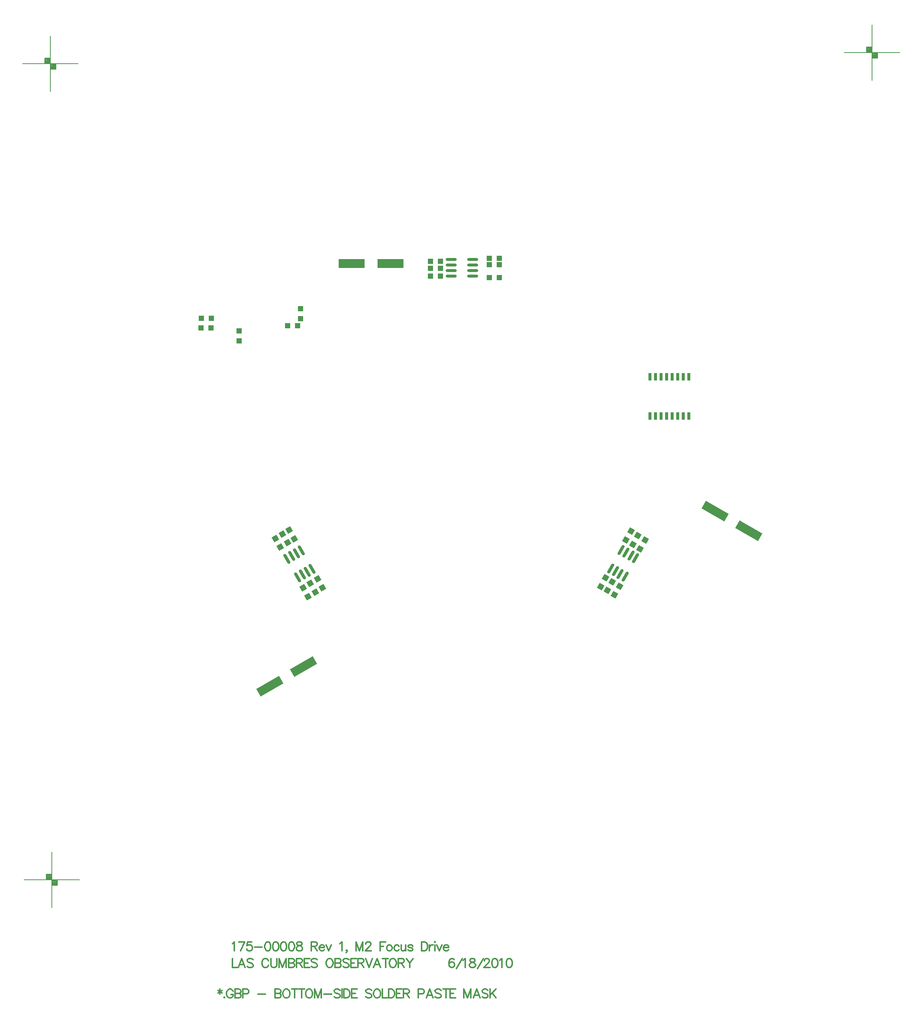
<source format=gbp>
%FSLAX23Y23*%
%MOIN*%
G70*
G01*
G75*
G04 Layer_Color=128*
%ADD10O,0.027X0.010*%
%ADD11R,0.065X0.094*%
%ADD12R,0.070X0.135*%
%ADD13O,0.098X0.028*%
%ADD14R,0.048X0.078*%
%ADD15R,0.087X0.059*%
%ADD16R,0.063X0.075*%
%ADD17R,0.050X0.050*%
%ADD18R,0.050X0.050*%
%ADD19R,0.025X0.100*%
%ADD20R,0.057X0.012*%
%ADD21R,0.025X0.185*%
%ADD22O,0.024X0.010*%
%ADD23R,0.094X0.130*%
%ADD24R,0.094X0.102*%
%ADD25R,0.200X0.150*%
%ADD26R,0.200X0.040*%
%ADD27R,0.059X0.051*%
%ADD28O,0.012X0.069*%
%ADD29R,0.078X0.048*%
G04:AMPARAMS|DCode=30|XSize=78mil|YSize=48mil|CornerRadius=0mil|HoleSize=0mil|Usage=FLASHONLY|Rotation=120.000|XOffset=0mil|YOffset=0mil|HoleType=Round|Shape=Rectangle|*
%AMROTATEDRECTD30*
4,1,4,0.040,-0.022,-0.001,-0.046,-0.040,0.022,0.001,0.046,0.040,-0.022,0.0*
%
%ADD30ROTATEDRECTD30*%

G04:AMPARAMS|DCode=31|XSize=78mil|YSize=48mil|CornerRadius=0mil|HoleSize=0mil|Usage=FLASHONLY|Rotation=240.000|XOffset=0mil|YOffset=0mil|HoleType=Round|Shape=Rectangle|*
%AMROTATEDRECTD31*
4,1,4,-0.001,0.046,0.040,0.022,0.001,-0.046,-0.040,-0.022,-0.001,0.046,0.0*
%
%ADD31ROTATEDRECTD31*%

%ADD32R,0.067X0.040*%
%ADD33R,0.040X0.067*%
%ADD34R,0.051X0.059*%
G04:AMPARAMS|DCode=35|XSize=135mil|YSize=70mil|CornerRadius=0mil|HoleSize=0mil|Usage=FLASHONLY|Rotation=30.000|XOffset=0mil|YOffset=0mil|HoleType=Round|Shape=Rectangle|*
%AMROTATEDRECTD35*
4,1,4,-0.041,-0.064,-0.076,-0.003,0.041,0.064,0.076,0.003,-0.041,-0.064,0.0*
%
%ADD35ROTATEDRECTD35*%

G04:AMPARAMS|DCode=36|XSize=135mil|YSize=70mil|CornerRadius=0mil|HoleSize=0mil|Usage=FLASHONLY|Rotation=150.000|XOffset=0mil|YOffset=0mil|HoleType=Round|Shape=Rectangle|*
%AMROTATEDRECTD36*
4,1,4,0.076,-0.003,0.041,-0.064,-0.076,0.003,-0.041,0.064,0.076,-0.003,0.0*
%
%ADD36ROTATEDRECTD36*%

%ADD37C,0.020*%
%ADD38C,0.030*%
%ADD39C,0.010*%
%ADD40C,0.005*%
%ADD41C,0.050*%
%ADD42C,0.005*%
%ADD43C,0.012*%
%ADD44C,0.008*%
%ADD45C,0.012*%
%ADD46C,0.012*%
%ADD47C,0.055*%
%ADD48P,0.078X4X165.0*%
%ADD49C,0.116*%
%ADD50C,0.085*%
%ADD51C,0.039*%
%ADD52C,0.200*%
%ADD53C,0.120*%
%ADD54P,0.085X4X105.0*%
%ADD55C,0.060*%
%ADD56P,0.085X4X345.0*%
%ADD57R,0.060X0.060*%
%ADD58P,0.084X4X195.0*%
%ADD59C,0.059*%
%ADD60C,0.031*%
%ADD61C,0.079*%
%ADD62P,0.084X4X255.0*%
%ADD63R,0.059X0.059*%
%ADD64C,0.175*%
%ADD65C,0.070*%
%ADD66R,0.070X0.070*%
%ADD67P,0.084X4X255.0*%
%ADD68C,0.059*%
%ADD69R,0.059X0.059*%
%ADD70P,0.084X4X375.0*%
%ADD71C,0.157*%
%ADD72P,0.084X4X285.0*%
%ADD73C,0.098*%
%ADD74O,0.079X0.039*%
%ADD75R,0.079X0.039*%
%ADD76R,0.059X0.059*%
%ADD77C,0.413*%
%ADD78C,0.531*%
%ADD79C,0.335*%
%ADD80C,0.236*%
%ADD81P,0.099X4X165.0*%
%ADD82P,0.099X4X285.0*%
%ADD83C,0.024*%
%ADD84C,0.026*%
%ADD85C,0.050*%
%ADD86C,0.040*%
%ADD87C,0.075*%
%ADD88C,0.168*%
%ADD89C,0.102*%
%ADD90C,0.080*%
%ADD91C,0.131*%
%ADD92C,0.110*%
G04:AMPARAMS|DCode=93|XSize=90mil|YSize=90mil|CornerRadius=0mil|HoleSize=0mil|Usage=FLASHONLY|Rotation=0.000|XOffset=0mil|YOffset=0mil|HoleType=Round|Shape=Relief|Width=10mil|Gap=10mil|Entries=4|*
%AMTHD93*
7,0,0,0.090,0.070,0.010,45*
%
%ADD93THD93*%
%ADD94C,0.075*%
%ADD95C,0.060*%
G04:AMPARAMS|DCode=96|XSize=107.244mil|YSize=107.244mil|CornerRadius=0mil|HoleSize=0mil|Usage=FLASHONLY|Rotation=0.000|XOffset=0mil|YOffset=0mil|HoleType=Round|Shape=Relief|Width=10mil|Gap=10mil|Entries=4|*
%AMTHD96*
7,0,0,0.107,0.087,0.010,45*
%
%ADD96THD96*%
%ADD97C,0.087*%
%ADD98C,0.163*%
%ADD99C,0.087*%
%ADD100C,0.075*%
%ADD101C,0.131*%
%ADD102C,0.076*%
%ADD103C,0.099*%
%ADD104C,0.070*%
G04:AMPARAMS|DCode=105|XSize=95.433mil|YSize=95.433mil|CornerRadius=0mil|HoleSize=0mil|Usage=FLASHONLY|Rotation=0.000|XOffset=0mil|YOffset=0mil|HoleType=Round|Shape=Relief|Width=10mil|Gap=10mil|Entries=4|*
%AMTHD105*
7,0,0,0.095,0.075,0.010,45*
%
%ADD105THD105*%
%ADD106C,0.257*%
%ADD107C,0.571*%
%ADD108C,0.375*%
%ADD109C,0.206*%
%ADD110C,0.053*%
G04:AMPARAMS|DCode=111|XSize=70mil|YSize=70mil|CornerRadius=0mil|HoleSize=0mil|Usage=FLASHONLY|Rotation=0.000|XOffset=0mil|YOffset=0mil|HoleType=Round|Shape=Relief|Width=10mil|Gap=10mil|Entries=4|*
%AMTHD111*
7,0,0,0.070,0.050,0.010,45*
%
%ADD111THD111*%
%ADD112C,0.065*%
G04:AMPARAMS|DCode=113|XSize=85mil|YSize=85mil|CornerRadius=0mil|HoleSize=0mil|Usage=FLASHONLY|Rotation=0.000|XOffset=0mil|YOffset=0mil|HoleType=Round|Shape=Relief|Width=10mil|Gap=10mil|Entries=4|*
%AMTHD113*
7,0,0,0.085,0.065,0.010,45*
%
%ADD113THD113*%
G04:AMPARAMS|DCode=114|XSize=95mil|YSize=95mil|CornerRadius=0mil|HoleSize=0mil|Usage=FLASHONLY|Rotation=0.000|XOffset=0mil|YOffset=0mil|HoleType=Round|Shape=Relief|Width=10mil|Gap=10mil|Entries=4|*
%AMTHD114*
7,0,0,0.095,0.075,0.010,45*
%
%ADD114THD114*%
G04:AMPARAMS|DCode=115|XSize=122mil|YSize=122mil|CornerRadius=0mil|HoleSize=0mil|Usage=FLASHONLY|Rotation=0.000|XOffset=0mil|YOffset=0mil|HoleType=Round|Shape=Relief|Width=10mil|Gap=10mil|Entries=4|*
%AMTHD115*
7,0,0,0.122,0.102,0.010,45*
%
%ADD115THD115*%
G04:AMPARAMS|DCode=116|XSize=79.685mil|YSize=79.685mil|CornerRadius=0mil|HoleSize=0mil|Usage=FLASHONLY|Rotation=0.000|XOffset=0mil|YOffset=0mil|HoleType=Round|Shape=Relief|Width=10mil|Gap=10mil|Entries=4|*
%AMTHD116*
7,0,0,0.080,0.060,0.010,45*
%
%ADD116THD116*%
G04:AMPARAMS|DCode=117|XSize=183mil|YSize=183mil|CornerRadius=0mil|HoleSize=0mil|Usage=FLASHONLY|Rotation=0.000|XOffset=0mil|YOffset=0mil|HoleType=Round|Shape=Relief|Width=10mil|Gap=10mil|Entries=4|*
%AMTHD117*
7,0,0,0.183,0.163,0.010,45*
%
%ADD117THD117*%
G04:AMPARAMS|DCode=118|XSize=107mil|YSize=107mil|CornerRadius=0mil|HoleSize=0mil|Usage=FLASHONLY|Rotation=0.000|XOffset=0mil|YOffset=0mil|HoleType=Round|Shape=Relief|Width=10mil|Gap=10mil|Entries=4|*
%AMTHD118*
7,0,0,0.107,0.087,0.010,45*
%
%ADD118THD118*%
G04:AMPARAMS|DCode=119|XSize=95.433mil|YSize=95.433mil|CornerRadius=0mil|HoleSize=0mil|Usage=FLASHONLY|Rotation=0.000|XOffset=0mil|YOffset=0mil|HoleType=Round|Shape=Relief|Width=10mil|Gap=10mil|Entries=4|*
%AMTHD119*
7,0,0,0.095,0.075,0.010,45*
%
%ADD119THD119*%
G04:AMPARAMS|DCode=120|XSize=150.551mil|YSize=150.551mil|CornerRadius=0mil|HoleSize=0mil|Usage=FLASHONLY|Rotation=0.000|XOffset=0mil|YOffset=0mil|HoleType=Round|Shape=Relief|Width=10mil|Gap=10mil|Entries=4|*
%AMTHD120*
7,0,0,0.151,0.131,0.010,45*
%
%ADD120THD120*%
G04:AMPARAMS|DCode=121|XSize=96.221mil|YSize=96.221mil|CornerRadius=0mil|HoleSize=0mil|Usage=FLASHONLY|Rotation=0.000|XOffset=0mil|YOffset=0mil|HoleType=Round|Shape=Relief|Width=10mil|Gap=10mil|Entries=4|*
%AMTHD121*
7,0,0,0.096,0.076,0.010,45*
%
%ADD121THD121*%
G04:AMPARAMS|DCode=122|XSize=119.055mil|YSize=119.055mil|CornerRadius=0mil|HoleSize=0mil|Usage=FLASHONLY|Rotation=0.000|XOffset=0mil|YOffset=0mil|HoleType=Round|Shape=Relief|Width=10mil|Gap=10mil|Entries=4|*
%AMTHD122*
7,0,0,0.119,0.099,0.010,45*
%
%ADD122THD122*%
G04:AMPARAMS|DCode=123|XSize=89.528mil|YSize=89.528mil|CornerRadius=0mil|HoleSize=0mil|Usage=FLASHONLY|Rotation=0.000|XOffset=0mil|YOffset=0mil|HoleType=Round|Shape=Relief|Width=10mil|Gap=10mil|Entries=4|*
%AMTHD123*
7,0,0,0.090,0.070,0.010,45*
%
%ADD123THD123*%
G04:AMPARAMS|DCode=124|XSize=72.992mil|YSize=72.992mil|CornerRadius=0mil|HoleSize=0mil|Usage=FLASHONLY|Rotation=0.000|XOffset=0mil|YOffset=0mil|HoleType=Round|Shape=Relief|Width=10mil|Gap=10mil|Entries=4|*
%AMTHD124*
7,0,0,0.073,0.053,0.010,45*
%
%ADD124THD124*%
G04:AMPARAMS|DCode=125|XSize=79mil|YSize=236mil|CornerRadius=0mil|HoleSize=0mil|Usage=FLASHONLY|Rotation=240.000|XOffset=0mil|YOffset=0mil|HoleType=Round|Shape=Rectangle|*
%AMROTATEDRECTD125*
4,1,4,-0.083,0.093,0.122,-0.025,0.083,-0.093,-0.122,0.025,-0.083,0.093,0.0*
%
%ADD125ROTATEDRECTD125*%

G04:AMPARAMS|DCode=126|XSize=79mil|YSize=236mil|CornerRadius=0mil|HoleSize=0mil|Usage=FLASHONLY|Rotation=120.000|XOffset=0mil|YOffset=0mil|HoleType=Round|Shape=Rectangle|*
%AMROTATEDRECTD126*
4,1,4,0.122,0.025,-0.083,-0.093,-0.122,-0.025,0.083,0.093,0.122,0.025,0.0*
%
%ADD126ROTATEDRECTD126*%

%ADD127R,0.236X0.079*%
%ADD128R,0.025X0.070*%
G04:AMPARAMS|DCode=129|XSize=28mil|YSize=98mil|CornerRadius=0mil|HoleSize=0mil|Usage=FLASHONLY|Rotation=210.000|XOffset=0mil|YOffset=0mil|HoleType=Round|Shape=Round|*
%AMOVALD129*
21,1,0.071,0.028,0.000,0.000,300.0*
1,1,0.028,-0.018,0.031*
1,1,0.028,0.018,-0.031*
%
%ADD129OVALD129*%

%ADD130P,0.071X4X345.0*%
G04:AMPARAMS|DCode=131|XSize=28mil|YSize=98mil|CornerRadius=0mil|HoleSize=0mil|Usage=FLASHONLY|Rotation=330.000|XOffset=0mil|YOffset=0mil|HoleType=Round|Shape=Round|*
%AMOVALD131*
21,1,0.071,0.028,0.000,0.000,60.0*
1,1,0.028,-0.018,-0.031*
1,1,0.028,0.018,0.031*
%
%ADD131OVALD131*%

%ADD132P,0.071X4X105.0*%
%ADD133C,0.075*%
%ADD134C,0.010*%
%ADD135C,0.010*%
%ADD136C,0.024*%
%ADD137C,0.007*%
%ADD138C,0.008*%
%ADD139C,0.006*%
%ADD140C,0.020*%
%ADD141R,0.195X0.150*%
%ADD142R,0.020X0.082*%
%ADD143O,0.035X0.018*%
%ADD144R,0.073X0.102*%
%ADD145R,0.078X0.143*%
%ADD146O,0.106X0.036*%
%ADD147R,0.056X0.086*%
%ADD148R,0.095X0.067*%
%ADD149R,0.071X0.083*%
%ADD150R,0.058X0.058*%
%ADD151R,0.058X0.058*%
%ADD152R,0.033X0.108*%
%ADD153R,0.061X0.016*%
%ADD154R,0.033X0.193*%
%ADD155O,0.032X0.018*%
%ADD156R,0.102X0.138*%
%ADD157R,0.102X0.110*%
%ADD158R,0.208X0.158*%
%ADD159R,0.208X0.048*%
%ADD160R,0.067X0.059*%
%ADD161O,0.020X0.077*%
%ADD162R,0.086X0.056*%
G04:AMPARAMS|DCode=163|XSize=86mil|YSize=56mil|CornerRadius=0mil|HoleSize=0mil|Usage=FLASHONLY|Rotation=120.000|XOffset=0mil|YOffset=0mil|HoleType=Round|Shape=Rectangle|*
%AMROTATEDRECTD163*
4,1,4,0.046,-0.023,-0.003,-0.051,-0.046,0.023,0.003,0.051,0.046,-0.023,0.0*
%
%ADD163ROTATEDRECTD163*%

G04:AMPARAMS|DCode=164|XSize=86mil|YSize=56mil|CornerRadius=0mil|HoleSize=0mil|Usage=FLASHONLY|Rotation=240.000|XOffset=0mil|YOffset=0mil|HoleType=Round|Shape=Rectangle|*
%AMROTATEDRECTD164*
4,1,4,-0.003,0.051,0.046,0.023,0.003,-0.051,-0.046,-0.023,-0.003,0.051,0.0*
%
%ADD164ROTATEDRECTD164*%

%ADD165R,0.075X0.048*%
%ADD166R,0.048X0.075*%
%ADD167R,0.059X0.067*%
G04:AMPARAMS|DCode=168|XSize=143mil|YSize=78mil|CornerRadius=0mil|HoleSize=0mil|Usage=FLASHONLY|Rotation=30.000|XOffset=0mil|YOffset=0mil|HoleType=Round|Shape=Rectangle|*
%AMROTATEDRECTD168*
4,1,4,-0.042,-0.070,-0.081,-0.002,0.042,0.070,0.081,0.002,-0.042,-0.070,0.0*
%
%ADD168ROTATEDRECTD168*%

G04:AMPARAMS|DCode=169|XSize=143mil|YSize=78mil|CornerRadius=0mil|HoleSize=0mil|Usage=FLASHONLY|Rotation=150.000|XOffset=0mil|YOffset=0mil|HoleType=Round|Shape=Rectangle|*
%AMROTATEDRECTD169*
4,1,4,0.081,-0.002,0.042,-0.070,-0.081,0.002,-0.042,0.070,0.081,-0.002,0.0*
%
%ADD169ROTATEDRECTD169*%

%ADD170C,0.063*%
%ADD171P,0.089X4X165.0*%
%ADD172C,0.124*%
%ADD173C,0.093*%
%ADD174C,0.047*%
%ADD175C,0.208*%
%ADD176C,0.128*%
%ADD177P,0.096X4X105.0*%
%ADD178C,0.068*%
%ADD179P,0.096X4X345.0*%
%ADD180R,0.068X0.068*%
%ADD181P,0.095X4X195.0*%
%ADD182C,0.067*%
%ADD183C,0.039*%
%ADD184C,0.087*%
%ADD185P,0.095X4X255.0*%
%ADD186R,0.067X0.067*%
%ADD187C,0.183*%
%ADD188C,0.078*%
%ADD189R,0.078X0.078*%
%ADD190P,0.095X4X255.0*%
%ADD191C,0.067*%
%ADD192R,0.067X0.067*%
%ADD193P,0.095X4X375.0*%
%ADD194C,0.165*%
%ADD195P,0.095X4X285.0*%
%ADD196C,0.106*%
%ADD197O,0.087X0.047*%
%ADD198R,0.087X0.047*%
%ADD199R,0.067X0.067*%
%ADD200C,0.421*%
%ADD201C,0.539*%
%ADD202C,0.343*%
%ADD203C,0.244*%
%ADD204P,0.110X4X165.0*%
%ADD205P,0.110X4X285.0*%
%ADD206C,0.032*%
%ADD207C,0.058*%
G04:AMPARAMS|DCode=208|XSize=87mil|YSize=244mil|CornerRadius=0mil|HoleSize=0mil|Usage=FLASHONLY|Rotation=240.000|XOffset=0mil|YOffset=0mil|HoleType=Round|Shape=Rectangle|*
%AMROTATEDRECTD208*
4,1,4,-0.084,0.099,0.127,-0.023,0.084,-0.099,-0.127,0.023,-0.084,0.099,0.0*
%
%ADD208ROTATEDRECTD208*%

G04:AMPARAMS|DCode=209|XSize=87mil|YSize=244mil|CornerRadius=0mil|HoleSize=0mil|Usage=FLASHONLY|Rotation=120.000|XOffset=0mil|YOffset=0mil|HoleType=Round|Shape=Rectangle|*
%AMROTATEDRECTD209*
4,1,4,0.127,0.023,-0.084,-0.099,-0.127,-0.023,0.084,0.099,0.127,0.023,0.0*
%
%ADD209ROTATEDRECTD209*%

%ADD210R,0.244X0.087*%
%ADD211R,0.033X0.078*%
G04:AMPARAMS|DCode=212|XSize=36mil|YSize=106mil|CornerRadius=0mil|HoleSize=0mil|Usage=FLASHONLY|Rotation=210.000|XOffset=0mil|YOffset=0mil|HoleType=Round|Shape=Round|*
%AMOVALD212*
21,1,0.071,0.036,0.000,0.000,300.0*
1,1,0.036,-0.018,0.031*
1,1,0.036,0.018,-0.031*
%
%ADD212OVALD212*%

%ADD213P,0.082X4X345.0*%
G04:AMPARAMS|DCode=214|XSize=36mil|YSize=106mil|CornerRadius=0mil|HoleSize=0mil|Usage=FLASHONLY|Rotation=330.000|XOffset=0mil|YOffset=0mil|HoleType=Round|Shape=Round|*
%AMOVALD214*
21,1,0.071,0.036,0.000,0.000,60.0*
1,1,0.036,-0.018,-0.031*
1,1,0.036,0.018,0.031*
%
%ADD214OVALD214*%

%ADD215P,0.082X4X105.0*%
%ADD216C,0.034*%
D13*
X15575Y14771D02*
D03*
Y14721D02*
D03*
Y14671D02*
D03*
Y14621D02*
D03*
X15382Y14771D02*
D03*
Y14721D02*
D03*
Y14671D02*
D03*
Y14621D02*
D03*
D17*
X13998Y14174D02*
D03*
X13908D02*
D03*
X13126Y14155D02*
D03*
X13216D02*
D03*
X13221Y14243D02*
D03*
X13131D02*
D03*
X15724Y14781D02*
D03*
X15814D02*
D03*
Y14726D02*
D03*
X15724D02*
D03*
X15194Y14691D02*
D03*
X15284D02*
D03*
Y14756D02*
D03*
X15194D02*
D03*
X15723Y14608D02*
D03*
X15813D02*
D03*
X15194Y14621D02*
D03*
X15284D02*
D03*
D18*
X14023Y14329D02*
D03*
Y14239D02*
D03*
X13471Y14040D02*
D03*
Y14130D02*
D03*
D44*
X11519Y16536D02*
X12019D01*
X11769Y16286D02*
Y16786D01*
X11719Y16586D02*
X11719Y16536D01*
X11719Y16586D02*
X11769Y16586D01*
X11819Y16536D02*
X11819Y16486D01*
X11769Y16486D02*
X11819Y16486D01*
X11774Y16531D02*
X11814D01*
Y16491D02*
Y16531D01*
X11774Y16491D02*
X11814D01*
X11774D02*
Y16531D01*
X11779Y16526D02*
X11809D01*
Y16496D02*
Y16526D01*
X11779Y16496D02*
X11809D01*
X11779D02*
Y16521D01*
X11784D02*
X11804D01*
X11804Y16501D01*
X11784Y16501D02*
X11804Y16501D01*
X11784Y16501D02*
Y16516D01*
X11789Y16516D02*
X11799Y16516D01*
Y16506D02*
Y16516D01*
X11789Y16506D02*
X11799D01*
X11789D02*
X11789Y16516D01*
Y16511D02*
X11799D01*
X11724Y16581D02*
X11764D01*
Y16541D02*
Y16581D01*
X11724Y16541D02*
X11764D01*
X11724D02*
Y16581D01*
X11729Y16576D02*
X11759D01*
Y16546D02*
Y16576D01*
X11729Y16546D02*
X11759D01*
X11729D02*
Y16571D01*
X11734D02*
X11754Y16571D01*
Y16551D02*
Y16571D01*
X11734Y16551D02*
X11754D01*
X11734D02*
Y16566D01*
X11739D02*
X11749D01*
X11749Y16556D02*
X11749Y16566D01*
X11739Y16556D02*
X11749Y16556D01*
X11739Y16556D02*
Y16566D01*
Y16561D02*
X11749D01*
X18919Y16636D02*
X19419D01*
X19169Y16386D02*
Y16886D01*
X19119Y16686D02*
X19119Y16636D01*
X19119Y16686D02*
X19169Y16686D01*
X19219Y16636D02*
X19219Y16586D01*
X19169Y16586D02*
X19219Y16586D01*
X19174Y16631D02*
X19214D01*
Y16591D02*
Y16631D01*
X19174Y16591D02*
X19214D01*
X19174D02*
Y16631D01*
X19179Y16626D02*
X19209D01*
Y16596D02*
Y16626D01*
X19179Y16596D02*
X19209D01*
X19179D02*
Y16621D01*
X19184D02*
X19204D01*
X19204Y16601D01*
X19184Y16601D02*
X19204Y16601D01*
X19184Y16601D02*
Y16616D01*
X19189Y16616D02*
X19199Y16616D01*
Y16606D02*
Y16616D01*
X19189Y16606D02*
X19199D01*
X19189D02*
X19189Y16616D01*
Y16611D02*
X19199D01*
X19124Y16681D02*
X19164D01*
Y16641D02*
Y16681D01*
X19124Y16641D02*
X19164D01*
X19124D02*
Y16681D01*
X19129Y16676D02*
X19159D01*
Y16646D02*
Y16676D01*
X19129Y16646D02*
X19159D01*
X19129D02*
Y16671D01*
X19134D02*
X19154Y16671D01*
Y16651D02*
Y16671D01*
X19134Y16651D02*
X19154D01*
X19134D02*
Y16666D01*
X19139D02*
X19149D01*
X19149Y16656D02*
X19149Y16666D01*
X19139Y16656D02*
X19149Y16656D01*
X19139Y16656D02*
Y16666D01*
Y16661D02*
X19149D01*
X11534Y9186D02*
X12034D01*
X11784Y8936D02*
Y9436D01*
X11734Y9236D02*
X11734Y9186D01*
X11734Y9236D02*
X11784Y9236D01*
X11834Y9186D02*
X11834Y9136D01*
X11784Y9136D02*
X11834Y9136D01*
X11789Y9181D02*
X11829D01*
Y9141D02*
Y9181D01*
X11789Y9141D02*
X11829D01*
X11789D02*
Y9181D01*
X11794Y9176D02*
X11824D01*
Y9146D02*
Y9176D01*
X11794Y9146D02*
X11824D01*
X11794D02*
Y9171D01*
X11799D02*
X11819D01*
X11819Y9151D01*
X11799Y9151D02*
X11819Y9151D01*
X11799Y9151D02*
Y9166D01*
X11804Y9166D02*
X11814Y9166D01*
Y9156D02*
Y9166D01*
X11804Y9156D02*
X11814D01*
X11804D02*
X11804Y9166D01*
Y9161D02*
X11814D01*
X11739Y9231D02*
X11779D01*
Y9191D02*
Y9231D01*
X11739Y9191D02*
X11779D01*
X11739D02*
Y9231D01*
X11744Y9226D02*
X11774D01*
Y9196D02*
Y9226D01*
X11744Y9196D02*
X11774D01*
X11744D02*
Y9221D01*
X11749D02*
X11769Y9221D01*
Y9201D02*
Y9221D01*
X11749Y9201D02*
X11769D01*
X11749D02*
Y9216D01*
X11754D02*
X11764D01*
X11764Y9206D02*
X11764Y9216D01*
X11754Y9206D02*
X11764Y9206D01*
X11754Y9206D02*
Y9216D01*
Y9211D02*
X11764D01*
D45*
X13298Y8201D02*
Y8155D01*
X13279Y8189D02*
X13317Y8167D01*
Y8189D02*
X13279Y8167D01*
X13337Y8128D02*
X13333Y8125D01*
X13337Y8121D01*
X13341Y8125D01*
X13337Y8128D01*
X13416Y8182D02*
X13412Y8189D01*
X13404Y8197D01*
X13397Y8201D01*
X13381D01*
X13374Y8197D01*
X13366Y8189D01*
X13362Y8182D01*
X13358Y8170D01*
Y8151D01*
X13362Y8140D01*
X13366Y8132D01*
X13374Y8125D01*
X13381Y8121D01*
X13397D01*
X13404Y8125D01*
X13412Y8132D01*
X13416Y8140D01*
Y8151D01*
X13397D02*
X13416D01*
X13434Y8201D02*
Y8121D01*
Y8201D02*
X13468D01*
X13480Y8197D01*
X13483Y8193D01*
X13487Y8186D01*
Y8178D01*
X13483Y8170D01*
X13480Y8167D01*
X13468Y8163D01*
X13434D02*
X13468D01*
X13480Y8159D01*
X13483Y8155D01*
X13487Y8147D01*
Y8136D01*
X13483Y8128D01*
X13480Y8125D01*
X13468Y8121D01*
X13434D01*
X13505Y8159D02*
X13539D01*
X13551Y8163D01*
X13555Y8167D01*
X13558Y8174D01*
Y8186D01*
X13555Y8193D01*
X13551Y8197D01*
X13539Y8201D01*
X13505D01*
Y8121D01*
X13639Y8155D02*
X13708D01*
X13794Y8201D02*
Y8121D01*
Y8201D02*
X13828D01*
X13840Y8197D01*
X13844Y8193D01*
X13848Y8186D01*
Y8178D01*
X13844Y8170D01*
X13840Y8167D01*
X13828Y8163D01*
X13794D02*
X13828D01*
X13840Y8159D01*
X13844Y8155D01*
X13848Y8147D01*
Y8136D01*
X13844Y8128D01*
X13840Y8125D01*
X13828Y8121D01*
X13794D01*
X13888Y8201D02*
X13881Y8197D01*
X13873Y8189D01*
X13869Y8182D01*
X13865Y8170D01*
Y8151D01*
X13869Y8140D01*
X13873Y8132D01*
X13881Y8125D01*
X13888Y8121D01*
X13903D01*
X13911Y8125D01*
X13919Y8132D01*
X13923Y8140D01*
X13926Y8151D01*
Y8170D01*
X13923Y8182D01*
X13919Y8189D01*
X13911Y8197D01*
X13903Y8201D01*
X13888D01*
X13972D02*
Y8121D01*
X13945Y8201D02*
X13998D01*
X14035D02*
Y8121D01*
X14008Y8201D02*
X14061D01*
X14094D02*
X14086Y8197D01*
X14078Y8189D01*
X14075Y8182D01*
X14071Y8170D01*
Y8151D01*
X14075Y8140D01*
X14078Y8132D01*
X14086Y8125D01*
X14094Y8121D01*
X14109D01*
X14116Y8125D01*
X14124Y8132D01*
X14128Y8140D01*
X14132Y8151D01*
Y8170D01*
X14128Y8182D01*
X14124Y8189D01*
X14116Y8197D01*
X14109Y8201D01*
X14094D01*
X14150D02*
Y8121D01*
Y8201D02*
X14181Y8121D01*
X14211Y8201D02*
X14181Y8121D01*
X14211Y8201D02*
Y8121D01*
X14234Y8155D02*
X14303D01*
X14380Y8189D02*
X14372Y8197D01*
X14361Y8201D01*
X14345D01*
X14334Y8197D01*
X14326Y8189D01*
Y8182D01*
X14330Y8174D01*
X14334Y8170D01*
X14341Y8167D01*
X14364Y8159D01*
X14372Y8155D01*
X14376Y8151D01*
X14380Y8144D01*
Y8132D01*
X14372Y8125D01*
X14361Y8121D01*
X14345D01*
X14334Y8125D01*
X14326Y8132D01*
X14397Y8201D02*
Y8121D01*
X14414Y8201D02*
Y8121D01*
Y8201D02*
X14441D01*
X14452Y8197D01*
X14460Y8189D01*
X14464Y8182D01*
X14468Y8170D01*
Y8151D01*
X14464Y8140D01*
X14460Y8132D01*
X14452Y8125D01*
X14441Y8121D01*
X14414D01*
X14535Y8201D02*
X14485D01*
Y8121D01*
X14535D01*
X14485Y8163D02*
X14516D01*
X14664Y8189D02*
X14657Y8197D01*
X14645Y8201D01*
X14630D01*
X14619Y8197D01*
X14611Y8189D01*
Y8182D01*
X14615Y8174D01*
X14619Y8170D01*
X14626Y8167D01*
X14649Y8159D01*
X14657Y8155D01*
X14661Y8151D01*
X14664Y8144D01*
Y8132D01*
X14657Y8125D01*
X14645Y8121D01*
X14630D01*
X14619Y8125D01*
X14611Y8132D01*
X14705Y8201D02*
X14698Y8197D01*
X14690Y8189D01*
X14686Y8182D01*
X14682Y8170D01*
Y8151D01*
X14686Y8140D01*
X14690Y8132D01*
X14698Y8125D01*
X14705Y8121D01*
X14720D01*
X14728Y8125D01*
X14736Y8132D01*
X14740Y8140D01*
X14743Y8151D01*
Y8170D01*
X14740Y8182D01*
X14736Y8189D01*
X14728Y8197D01*
X14720Y8201D01*
X14705D01*
X14762D02*
Y8121D01*
X14808D01*
X14816Y8201D02*
Y8121D01*
Y8201D02*
X14843D01*
X14855Y8197D01*
X14862Y8189D01*
X14866Y8182D01*
X14870Y8170D01*
Y8151D01*
X14866Y8140D01*
X14862Y8132D01*
X14855Y8125D01*
X14843Y8121D01*
X14816D01*
X14937Y8201D02*
X14888D01*
Y8121D01*
X14937D01*
X14888Y8163D02*
X14918D01*
X14951Y8201D02*
Y8121D01*
Y8201D02*
X14985D01*
X14996Y8197D01*
X15000Y8193D01*
X15004Y8186D01*
Y8178D01*
X15000Y8170D01*
X14996Y8167D01*
X14985Y8163D01*
X14951D01*
X14977D02*
X15004Y8121D01*
X15085Y8159D02*
X15119D01*
X15130Y8163D01*
X15134Y8167D01*
X15138Y8174D01*
Y8186D01*
X15134Y8193D01*
X15130Y8197D01*
X15119Y8201D01*
X15085D01*
Y8121D01*
X15217D02*
X15186Y8201D01*
X15156Y8121D01*
X15167Y8147D02*
X15205D01*
X15289Y8189D02*
X15281Y8197D01*
X15270Y8201D01*
X15254D01*
X15243Y8197D01*
X15235Y8189D01*
Y8182D01*
X15239Y8174D01*
X15243Y8170D01*
X15251Y8167D01*
X15273Y8159D01*
X15281Y8155D01*
X15285Y8151D01*
X15289Y8144D01*
Y8132D01*
X15281Y8125D01*
X15270Y8121D01*
X15254D01*
X15243Y8125D01*
X15235Y8132D01*
X15333Y8201D02*
Y8121D01*
X15307Y8201D02*
X15360D01*
X15419D02*
X15369D01*
Y8121D01*
X15419D01*
X15369Y8163D02*
X15400D01*
X15495Y8201D02*
Y8121D01*
Y8201D02*
X15526Y8121D01*
X15556Y8201D02*
X15526Y8121D01*
X15556Y8201D02*
Y8121D01*
X15640D02*
X15609Y8201D01*
X15579Y8121D01*
X15590Y8147D02*
X15628D01*
X15712Y8189D02*
X15704Y8197D01*
X15693Y8201D01*
X15678D01*
X15666Y8197D01*
X15659Y8189D01*
Y8182D01*
X15662Y8174D01*
X15666Y8170D01*
X15674Y8167D01*
X15697Y8159D01*
X15704Y8155D01*
X15708Y8151D01*
X15712Y8144D01*
Y8132D01*
X15704Y8125D01*
X15693Y8121D01*
X15678D01*
X15666Y8125D01*
X15659Y8132D01*
X15730Y8201D02*
Y8121D01*
X15783Y8201D02*
X15730Y8147D01*
X15749Y8167D02*
X15783Y8121D01*
X13409Y8610D02*
X13416Y8614D01*
X13428Y8626D01*
Y8546D01*
X13521Y8626D02*
X13483Y8546D01*
X13467Y8626D02*
X13521D01*
X13584D02*
X13546D01*
X13542Y8591D01*
X13546Y8595D01*
X13558Y8599D01*
X13569D01*
X13581Y8595D01*
X13588Y8587D01*
X13592Y8576D01*
Y8568D01*
X13588Y8557D01*
X13581Y8549D01*
X13569Y8546D01*
X13558D01*
X13546Y8549D01*
X13542Y8553D01*
X13539Y8561D01*
X13610Y8580D02*
X13678D01*
X13725Y8626D02*
X13713Y8622D01*
X13706Y8610D01*
X13702Y8591D01*
Y8580D01*
X13706Y8561D01*
X13713Y8549D01*
X13725Y8546D01*
X13733D01*
X13744Y8549D01*
X13752Y8561D01*
X13755Y8580D01*
Y8591D01*
X13752Y8610D01*
X13744Y8622D01*
X13733Y8626D01*
X13725D01*
X13796D02*
X13785Y8622D01*
X13777Y8610D01*
X13773Y8591D01*
Y8580D01*
X13777Y8561D01*
X13785Y8549D01*
X13796Y8546D01*
X13804D01*
X13815Y8549D01*
X13823Y8561D01*
X13827Y8580D01*
Y8591D01*
X13823Y8610D01*
X13815Y8622D01*
X13804Y8626D01*
X13796D01*
X13867D02*
X13856Y8622D01*
X13848Y8610D01*
X13844Y8591D01*
Y8580D01*
X13848Y8561D01*
X13856Y8549D01*
X13867Y8546D01*
X13875D01*
X13886Y8549D01*
X13894Y8561D01*
X13898Y8580D01*
Y8591D01*
X13894Y8610D01*
X13886Y8622D01*
X13875Y8626D01*
X13867D01*
X13939D02*
X13927Y8622D01*
X13920Y8610D01*
X13916Y8591D01*
Y8580D01*
X13920Y8561D01*
X13927Y8549D01*
X13939Y8546D01*
X13946D01*
X13958Y8549D01*
X13965Y8561D01*
X13969Y8580D01*
Y8591D01*
X13965Y8610D01*
X13958Y8622D01*
X13946Y8626D01*
X13939D01*
X14006D02*
X13995Y8622D01*
X13991Y8614D01*
Y8606D01*
X13995Y8599D01*
X14002Y8595D01*
X14017Y8591D01*
X14029Y8587D01*
X14036Y8580D01*
X14040Y8572D01*
Y8561D01*
X14036Y8553D01*
X14033Y8549D01*
X14021Y8546D01*
X14006D01*
X13995Y8549D01*
X13991Y8553D01*
X13987Y8561D01*
Y8572D01*
X13991Y8580D01*
X13998Y8587D01*
X14010Y8591D01*
X14025Y8595D01*
X14033Y8599D01*
X14036Y8606D01*
Y8614D01*
X14033Y8622D01*
X14021Y8626D01*
X14006D01*
X14121D02*
Y8546D01*
Y8626D02*
X14155D01*
X14167Y8622D01*
X14171Y8618D01*
X14174Y8610D01*
Y8603D01*
X14171Y8595D01*
X14167Y8591D01*
X14155Y8587D01*
X14121D01*
X14148D02*
X14174Y8546D01*
X14192Y8576D02*
X14238D01*
Y8584D01*
X14234Y8591D01*
X14230Y8595D01*
X14223Y8599D01*
X14211D01*
X14204Y8595D01*
X14196Y8587D01*
X14192Y8576D01*
Y8568D01*
X14196Y8557D01*
X14204Y8549D01*
X14211Y8546D01*
X14223D01*
X14230Y8549D01*
X14238Y8557D01*
X14255Y8599D02*
X14278Y8546D01*
X14301Y8599D02*
X14278Y8546D01*
X14377Y8610D02*
X14384Y8614D01*
X14396Y8626D01*
Y8546D01*
X14443Y8549D02*
X14439Y8546D01*
X14435Y8549D01*
X14439Y8553D01*
X14443Y8549D01*
Y8542D01*
X14439Y8534D01*
X14435Y8530D01*
X14523Y8626D02*
Y8546D01*
Y8626D02*
X14554Y8546D01*
X14584Y8626D02*
X14554Y8546D01*
X14584Y8626D02*
Y8546D01*
X14611Y8606D02*
Y8610D01*
X14615Y8618D01*
X14618Y8622D01*
X14626Y8626D01*
X14641D01*
X14649Y8622D01*
X14653Y8618D01*
X14656Y8610D01*
Y8603D01*
X14653Y8595D01*
X14645Y8584D01*
X14607Y8546D01*
X14660D01*
X14741Y8626D02*
Y8546D01*
Y8626D02*
X14791D01*
X14741Y8587D02*
X14772D01*
X14819Y8599D02*
X14811Y8595D01*
X14804Y8587D01*
X14800Y8576D01*
Y8568D01*
X14804Y8557D01*
X14811Y8549D01*
X14819Y8546D01*
X14830D01*
X14838Y8549D01*
X14845Y8557D01*
X14849Y8568D01*
Y8576D01*
X14845Y8587D01*
X14838Y8595D01*
X14830Y8599D01*
X14819D01*
X14912Y8587D02*
X14905Y8595D01*
X14897Y8599D01*
X14886D01*
X14878Y8595D01*
X14871Y8587D01*
X14867Y8576D01*
Y8568D01*
X14871Y8557D01*
X14878Y8549D01*
X14886Y8546D01*
X14897D01*
X14905Y8549D01*
X14912Y8557D01*
X14930Y8599D02*
Y8561D01*
X14933Y8549D01*
X14941Y8546D01*
X14952D01*
X14960Y8549D01*
X14971Y8561D01*
Y8599D02*
Y8546D01*
X15034Y8587D02*
X15031Y8595D01*
X15019Y8599D01*
X15008D01*
X14996Y8595D01*
X14992Y8587D01*
X14996Y8580D01*
X15004Y8576D01*
X15023Y8572D01*
X15031Y8568D01*
X15034Y8561D01*
Y8557D01*
X15031Y8549D01*
X15019Y8546D01*
X15008D01*
X14996Y8549D01*
X14992Y8557D01*
X15114Y8626D02*
Y8546D01*
Y8626D02*
X15141D01*
X15152Y8622D01*
X15160Y8614D01*
X15163Y8606D01*
X15167Y8595D01*
Y8576D01*
X15163Y8565D01*
X15160Y8557D01*
X15152Y8549D01*
X15141Y8546D01*
X15114D01*
X15185Y8599D02*
Y8546D01*
Y8576D02*
X15189Y8587D01*
X15197Y8595D01*
X15204Y8599D01*
X15216D01*
X15230Y8626D02*
X15234Y8622D01*
X15238Y8626D01*
X15234Y8629D01*
X15230Y8626D01*
X15234Y8599D02*
Y8546D01*
X15252Y8599D02*
X15275Y8546D01*
X15298Y8599D02*
X15275Y8546D01*
X15311Y8576D02*
X15357D01*
Y8584D01*
X15353Y8591D01*
X15349Y8595D01*
X15341Y8599D01*
X15330D01*
X15322Y8595D01*
X15315Y8587D01*
X15311Y8576D01*
Y8568D01*
X15315Y8557D01*
X15322Y8549D01*
X15330Y8546D01*
X15341D01*
X15349Y8549D01*
X15357Y8557D01*
D46*
X13409Y8476D02*
Y8396D01*
X13454D01*
X13524D02*
X13494Y8476D01*
X13463Y8396D01*
X13475Y8422D02*
X13513D01*
X13596Y8464D02*
X13589Y8472D01*
X13577Y8476D01*
X13562D01*
X13550Y8472D01*
X13543Y8464D01*
Y8456D01*
X13547Y8449D01*
X13550Y8445D01*
X13558Y8441D01*
X13581Y8434D01*
X13589Y8430D01*
X13592Y8426D01*
X13596Y8418D01*
Y8407D01*
X13589Y8399D01*
X13577Y8396D01*
X13562D01*
X13550Y8399D01*
X13543Y8407D01*
X13734Y8456D02*
X13730Y8464D01*
X13723Y8472D01*
X13715Y8476D01*
X13700D01*
X13692Y8472D01*
X13685Y8464D01*
X13681Y8456D01*
X13677Y8445D01*
Y8426D01*
X13681Y8415D01*
X13685Y8407D01*
X13692Y8399D01*
X13700Y8396D01*
X13715D01*
X13723Y8399D01*
X13730Y8407D01*
X13734Y8415D01*
X13756Y8476D02*
Y8418D01*
X13760Y8407D01*
X13768Y8399D01*
X13779Y8396D01*
X13787D01*
X13798Y8399D01*
X13806Y8407D01*
X13810Y8418D01*
Y8476D01*
X13832D02*
Y8396D01*
Y8476D02*
X13862Y8396D01*
X13893Y8476D02*
X13862Y8396D01*
X13893Y8476D02*
Y8396D01*
X13916Y8476D02*
Y8396D01*
Y8476D02*
X13950D01*
X13961Y8472D01*
X13965Y8468D01*
X13969Y8460D01*
Y8453D01*
X13965Y8445D01*
X13961Y8441D01*
X13950Y8437D01*
X13916D02*
X13950D01*
X13961Y8434D01*
X13965Y8430D01*
X13969Y8422D01*
Y8411D01*
X13965Y8403D01*
X13961Y8399D01*
X13950Y8396D01*
X13916D01*
X13987Y8476D02*
Y8396D01*
Y8476D02*
X14021D01*
X14033Y8472D01*
X14036Y8468D01*
X14040Y8460D01*
Y8453D01*
X14036Y8445D01*
X14033Y8441D01*
X14021Y8437D01*
X13987D01*
X14014D02*
X14040Y8396D01*
X14108Y8476D02*
X14058D01*
Y8396D01*
X14108D01*
X14058Y8437D02*
X14089D01*
X14174Y8464D02*
X14167Y8472D01*
X14155Y8476D01*
X14140D01*
X14129Y8472D01*
X14121Y8464D01*
Y8456D01*
X14125Y8449D01*
X14129Y8445D01*
X14136Y8441D01*
X14159Y8434D01*
X14167Y8430D01*
X14171Y8426D01*
X14174Y8418D01*
Y8407D01*
X14167Y8399D01*
X14155Y8396D01*
X14140D01*
X14129Y8399D01*
X14121Y8407D01*
X14278Y8476D02*
X14270Y8472D01*
X14263Y8464D01*
X14259Y8456D01*
X14255Y8445D01*
Y8426D01*
X14259Y8415D01*
X14263Y8407D01*
X14270Y8399D01*
X14278Y8396D01*
X14293D01*
X14301Y8399D01*
X14308Y8407D01*
X14312Y8415D01*
X14316Y8426D01*
Y8445D01*
X14312Y8456D01*
X14308Y8464D01*
X14301Y8472D01*
X14293Y8476D01*
X14278D01*
X14335D02*
Y8396D01*
Y8476D02*
X14369D01*
X14380Y8472D01*
X14384Y8468D01*
X14388Y8460D01*
Y8453D01*
X14384Y8445D01*
X14380Y8441D01*
X14369Y8437D01*
X14335D02*
X14369D01*
X14380Y8434D01*
X14384Y8430D01*
X14388Y8422D01*
Y8411D01*
X14384Y8403D01*
X14380Y8399D01*
X14369Y8396D01*
X14335D01*
X14459Y8464D02*
X14452Y8472D01*
X14440Y8476D01*
X14425D01*
X14413Y8472D01*
X14406Y8464D01*
Y8456D01*
X14410Y8449D01*
X14413Y8445D01*
X14421Y8441D01*
X14444Y8434D01*
X14452Y8430D01*
X14455Y8426D01*
X14459Y8418D01*
Y8407D01*
X14452Y8399D01*
X14440Y8396D01*
X14425D01*
X14413Y8399D01*
X14406Y8407D01*
X14527Y8476D02*
X14477D01*
Y8396D01*
X14527D01*
X14477Y8437D02*
X14508D01*
X14540Y8476D02*
Y8396D01*
Y8476D02*
X14574D01*
X14586Y8472D01*
X14589Y8468D01*
X14593Y8460D01*
Y8453D01*
X14589Y8445D01*
X14586Y8441D01*
X14574Y8437D01*
X14540D01*
X14567D02*
X14593Y8396D01*
X14611Y8476D02*
X14642Y8396D01*
X14672Y8476D02*
X14642Y8396D01*
X14743D02*
X14713Y8476D01*
X14682Y8396D01*
X14694Y8422D02*
X14732D01*
X14789Y8476D02*
Y8396D01*
X14762Y8476D02*
X14815D01*
X14848D02*
X14840Y8472D01*
X14832Y8464D01*
X14829Y8456D01*
X14825Y8445D01*
Y8426D01*
X14829Y8415D01*
X14832Y8407D01*
X14840Y8399D01*
X14848Y8396D01*
X14863D01*
X14871Y8399D01*
X14878Y8407D01*
X14882Y8415D01*
X14886Y8426D01*
Y8445D01*
X14882Y8456D01*
X14878Y8464D01*
X14871Y8472D01*
X14863Y8476D01*
X14848D01*
X14904D02*
Y8396D01*
Y8476D02*
X14939D01*
X14950Y8472D01*
X14954Y8468D01*
X14958Y8460D01*
Y8453D01*
X14954Y8445D01*
X14950Y8441D01*
X14939Y8437D01*
X14904D01*
X14931D02*
X14958Y8396D01*
X14976Y8476D02*
X15006Y8437D01*
Y8396D01*
X15037Y8476D02*
X15006Y8437D01*
X15407Y8464D02*
X15403Y8472D01*
X15392Y8476D01*
X15384D01*
X15373Y8472D01*
X15365Y8460D01*
X15361Y8441D01*
Y8422D01*
X15365Y8407D01*
X15373Y8399D01*
X15384Y8396D01*
X15388D01*
X15399Y8399D01*
X15407Y8407D01*
X15411Y8418D01*
Y8422D01*
X15407Y8434D01*
X15399Y8441D01*
X15388Y8445D01*
X15384D01*
X15373Y8441D01*
X15365Y8434D01*
X15361Y8422D01*
X15428Y8384D02*
X15481Y8476D01*
X15487Y8460D02*
X15494Y8464D01*
X15506Y8476D01*
Y8396D01*
X15564Y8476D02*
X15553Y8472D01*
X15549Y8464D01*
Y8456D01*
X15553Y8449D01*
X15561Y8445D01*
X15576Y8441D01*
X15587Y8437D01*
X15595Y8430D01*
X15599Y8422D01*
Y8411D01*
X15595Y8403D01*
X15591Y8399D01*
X15580Y8396D01*
X15564D01*
X15553Y8399D01*
X15549Y8403D01*
X15545Y8411D01*
Y8422D01*
X15549Y8430D01*
X15557Y8437D01*
X15568Y8441D01*
X15584Y8445D01*
X15591Y8449D01*
X15595Y8456D01*
Y8464D01*
X15591Y8472D01*
X15580Y8476D01*
X15564D01*
X15617Y8384D02*
X15670Y8476D01*
X15679Y8456D02*
Y8460D01*
X15683Y8468D01*
X15687Y8472D01*
X15694Y8476D01*
X15710D01*
X15717Y8472D01*
X15721Y8468D01*
X15725Y8460D01*
Y8453D01*
X15721Y8445D01*
X15713Y8434D01*
X15675Y8396D01*
X15729D01*
X15769Y8476D02*
X15758Y8472D01*
X15750Y8460D01*
X15747Y8441D01*
Y8430D01*
X15750Y8411D01*
X15758Y8399D01*
X15769Y8396D01*
X15777D01*
X15788Y8399D01*
X15796Y8411D01*
X15800Y8430D01*
Y8441D01*
X15796Y8460D01*
X15788Y8472D01*
X15777Y8476D01*
X15769D01*
X15818Y8460D02*
X15825Y8464D01*
X15837Y8476D01*
Y8396D01*
X15899Y8476D02*
X15888Y8472D01*
X15880Y8460D01*
X15876Y8441D01*
Y8430D01*
X15880Y8411D01*
X15888Y8399D01*
X15899Y8396D01*
X15907D01*
X15918Y8399D01*
X15926Y8411D01*
X15930Y8430D01*
Y8441D01*
X15926Y8460D01*
X15918Y8472D01*
X15907Y8476D01*
X15899D01*
D125*
X18061Y12328D02*
D03*
X17756Y12504D02*
D03*
D126*
X14051Y11104D02*
D03*
X13746Y10928D02*
D03*
D127*
X14835Y14736D02*
D03*
X14483D02*
D03*
D128*
X17169Y13716D02*
D03*
X17219D02*
D03*
X17269D02*
D03*
X17319D02*
D03*
X17369D02*
D03*
X17419D02*
D03*
X17469D02*
D03*
X17519D02*
D03*
Y13361D02*
D03*
X17469D02*
D03*
X17419D02*
D03*
X17369D02*
D03*
X17319D02*
D03*
X17269D02*
D03*
X17219D02*
D03*
X17169D02*
D03*
D129*
X13901Y12077D02*
D03*
X13944Y12102D02*
D03*
X13987Y12127D02*
D03*
X14031Y12152D02*
D03*
X13997Y11910D02*
D03*
X14040Y11935D02*
D03*
X14084Y11960D02*
D03*
X14127Y11985D02*
D03*
D130*
X14156Y11777D02*
D03*
X14111Y11855D02*
D03*
X13861Y12300D02*
D03*
X13906Y12222D02*
D03*
X13841Y12182D02*
D03*
X13796Y12260D02*
D03*
X13966Y12257D02*
D03*
X13921Y12335D02*
D03*
X14221Y11817D02*
D03*
X14176Y11895D02*
D03*
X14046Y11815D02*
D03*
X14091Y11737D02*
D03*
D131*
X16946Y11915D02*
D03*
X16902Y11940D02*
D03*
X16859Y11965D02*
D03*
X16816Y11990D02*
D03*
X17042Y12082D02*
D03*
X16999Y12107D02*
D03*
X16955Y12132D02*
D03*
X16912Y12157D02*
D03*
D132*
X17061Y12285D02*
D03*
X17016Y12207D02*
D03*
X16786Y11792D02*
D03*
X16831Y11870D02*
D03*
X16896Y11830D02*
D03*
X16851Y11752D02*
D03*
X16771Y11905D02*
D03*
X16726Y11827D02*
D03*
X17000Y12325D02*
D03*
X16955Y12247D02*
D03*
X17081Y12167D02*
D03*
X17126Y12245D02*
D03*
M02*

</source>
